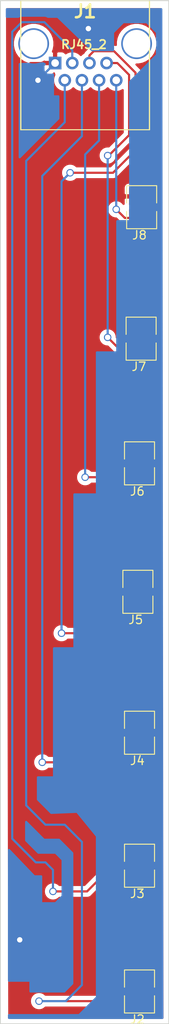
<source format=kicad_pcb>
(kicad_pcb (version 20171130) (host pcbnew 5.1.9+dfsg1-1+b1)

  (general
    (thickness 1.6)
    (drawings 4)
    (tracks 117)
    (zones 0)
    (modules 8)
    (nets 9)
  )

  (page A3)
  (layers
    (0 F.Cu signal)
    (31 B.Cu signal)
    (32 B.Adhes user hide)
    (33 F.Adhes user hide)
    (34 B.Paste user hide)
    (35 F.Paste user hide)
    (36 B.SilkS user hide)
    (37 F.SilkS user hide)
    (38 B.Mask user hide)
    (39 F.Mask user hide)
    (40 Dwgs.User user hide)
    (41 Cmts.User user hide)
    (42 Eco1.User user hide)
    (43 Eco2.User user hide)
    (44 Edge.Cuts user)
  )

  (setup
    (last_trace_width 0.254)
    (trace_clearance 0.254)
    (zone_clearance 0.508)
    (zone_45_only no)
    (trace_min 0.254)
    (via_size 0.889)
    (via_drill 0.635)
    (via_min_size 0.889)
    (via_min_drill 0.508)
    (uvia_size 0.508)
    (uvia_drill 0.127)
    (uvias_allowed no)
    (uvia_min_size 0.508)
    (uvia_min_drill 0.127)
    (edge_width 0.1)
    (segment_width 0.2)
    (pcb_text_width 0.3)
    (pcb_text_size 1.5 1.5)
    (mod_edge_width 0.15)
    (mod_text_size 1 1)
    (mod_text_width 0.15)
    (pad_size 1.5 1.5)
    (pad_drill 0.6)
    (pad_to_mask_clearance 0)
    (aux_axis_origin 0 0)
    (visible_elements 7FFFFFFF)
    (pcbplotparams
      (layerselection 0x00030_ffffffff)
      (usegerberextensions true)
      (usegerberattributes true)
      (usegerberadvancedattributes true)
      (creategerberjobfile true)
      (excludeedgelayer true)
      (linewidth 0.150000)
      (plotframeref false)
      (viasonmask false)
      (mode 1)
      (useauxorigin true)
      (hpglpennumber 1)
      (hpglpenspeed 20)
      (hpglpendiameter 15.000000)
      (psnegative false)
      (psa4output false)
      (plotreference false)
      (plotvalue true)
      (plotinvisibletext false)
      (padsonsilk false)
      (subtractmaskfromsilk false)
      (outputformat 1)
      (mirror false)
      (drillshape 0)
      (scaleselection 1)
      (outputdirectory "/home/pi/Documents/Kicad Projects/IOBoardV0/Gerber/WaterLevel/"))
  )

  (net 0 "")
  (net 1 GND)
  (net 2 "Net-(J1-Pad8)")
  (net 3 "Net-(J1-Pad7)")
  (net 4 "Net-(J1-Pad6)")
  (net 5 "Net-(J1-Pad5)")
  (net 6 "Net-(J1-Pad4)")
  (net 7 "Net-(J1-Pad3)")
  (net 8 "Net-(J1-Pad2)")

  (net_class Default "This is the default net class."
    (clearance 0.254)
    (trace_width 0.254)
    (via_dia 0.889)
    (via_drill 0.635)
    (uvia_dia 0.508)
    (uvia_drill 0.127)
    (add_net GND)
    (add_net "Net-(J1-Pad2)")
    (add_net "Net-(J1-Pad3)")
    (add_net "Net-(J1-Pad4)")
    (add_net "Net-(J1-Pad5)")
    (add_net "Net-(J1-Pad6)")
    (add_net "Net-(J1-Pad7)")
    (add_net "Net-(J1-Pad8)")
  )

  (module Kicad_Custom:2PAD (layer F.Cu) (tedit 61C7186E) (tstamp 61C72282)
    (at 70.9549 43.434 180)
    (path /61C80D9D)
    (fp_text reference J8 (at 0.254 -3.302) (layer F.SilkS)
      (effects (font (size 1 1) (thickness 0.15)))
    )
    (fp_text value Conn_01x02 (at 0 3.556) (layer F.Fab)
      (effects (font (size 1 1) (thickness 0.15)))
    )
    (fp_line (start 1.778 -2.54) (end 1.778 -0.508) (layer F.SilkS) (width 0.12))
    (fp_line (start 1.778 0.508) (end 1.778 2.54) (layer F.SilkS) (width 0.12))
    (fp_line (start 1.778 2.54) (end -1.778 2.54) (layer F.SilkS) (width 0.12))
    (fp_line (start -1.778 2.54) (end -1.778 0.508) (layer F.SilkS) (width 0.12))
    (fp_line (start 1.778 -2.54) (end -1.778 -2.54) (layer F.SilkS) (width 0.12))
    (fp_line (start -1.778 -2.54) (end -1.778 -0.508) (layer F.SilkS) (width 0.12))
    (pad 2 smd rect (at 0 1.27 180) (size 3 2) (layers F.Cu F.Paste F.Mask)
      (net 1 GND))
    (pad 1 smd rect (at 0 -1.27 180) (size 3 2) (layers F.Cu F.Paste F.Mask)
      (net 2 "Net-(J1-Pad8)"))
  )

  (module Kicad_Custom:2PAD (layer F.Cu) (tedit 61C7186E) (tstamp 61C7225A)
    (at 70.8914 58.9534 180)
    (path /61C80D97)
    (fp_text reference J7 (at 0.254 -3.302) (layer F.SilkS)
      (effects (font (size 1 1) (thickness 0.15)))
    )
    (fp_text value Conn_01x02 (at 0 3.556) (layer F.Fab)
      (effects (font (size 1 1) (thickness 0.15)))
    )
    (fp_line (start 1.778 -2.54) (end 1.778 -0.508) (layer F.SilkS) (width 0.12))
    (fp_line (start 1.778 0.508) (end 1.778 2.54) (layer F.SilkS) (width 0.12))
    (fp_line (start 1.778 2.54) (end -1.778 2.54) (layer F.SilkS) (width 0.12))
    (fp_line (start -1.778 2.54) (end -1.778 0.508) (layer F.SilkS) (width 0.12))
    (fp_line (start 1.778 -2.54) (end -1.778 -2.54) (layer F.SilkS) (width 0.12))
    (fp_line (start -1.778 -2.54) (end -1.778 -0.508) (layer F.SilkS) (width 0.12))
    (pad 2 smd rect (at 0 1.27 180) (size 3 2) (layers F.Cu F.Paste F.Mask)
      (net 1 GND))
    (pad 1 smd rect (at 0 -1.27 180) (size 3 2) (layers F.Cu F.Paste F.Mask)
      (net 3 "Net-(J1-Pad7)"))
  )

  (module Kicad_Custom:2PAD (layer F.Cu) (tedit 61C7186E) (tstamp 61C72232)
    (at 70.7009 73.6727 180)
    (path /61C80D91)
    (fp_text reference J6 (at 0.254 -3.302) (layer F.SilkS)
      (effects (font (size 1 1) (thickness 0.15)))
    )
    (fp_text value Conn_01x02 (at 0 3.556) (layer F.Fab)
      (effects (font (size 1 1) (thickness 0.15)))
    )
    (fp_line (start 1.778 -2.54) (end 1.778 -0.508) (layer F.SilkS) (width 0.12))
    (fp_line (start 1.778 0.508) (end 1.778 2.54) (layer F.SilkS) (width 0.12))
    (fp_line (start 1.778 2.54) (end -1.778 2.54) (layer F.SilkS) (width 0.12))
    (fp_line (start -1.778 2.54) (end -1.778 0.508) (layer F.SilkS) (width 0.12))
    (fp_line (start 1.778 -2.54) (end -1.778 -2.54) (layer F.SilkS) (width 0.12))
    (fp_line (start -1.778 -2.54) (end -1.778 -0.508) (layer F.SilkS) (width 0.12))
    (pad 2 smd rect (at 0 1.27 180) (size 3 2) (layers F.Cu F.Paste F.Mask)
      (net 1 GND))
    (pad 1 smd rect (at 0 -1.27 180) (size 3 2) (layers F.Cu F.Paste F.Mask)
      (net 4 "Net-(J1-Pad6)"))
  )

  (module Kicad_Custom:2PAD (layer F.Cu) (tedit 61C7186E) (tstamp 61C7220A)
    (at 70.5104 88.8365 180)
    (path /61C73FA5)
    (fp_text reference J5 (at 0.254 -3.302) (layer F.SilkS)
      (effects (font (size 1 1) (thickness 0.15)))
    )
    (fp_text value Conn_01x02 (at 0 3.556) (layer F.Fab)
      (effects (font (size 1 1) (thickness 0.15)))
    )
    (fp_line (start 1.778 -2.54) (end 1.778 -0.508) (layer F.SilkS) (width 0.12))
    (fp_line (start 1.778 0.508) (end 1.778 2.54) (layer F.SilkS) (width 0.12))
    (fp_line (start 1.778 2.54) (end -1.778 2.54) (layer F.SilkS) (width 0.12))
    (fp_line (start -1.778 2.54) (end -1.778 0.508) (layer F.SilkS) (width 0.12))
    (fp_line (start 1.778 -2.54) (end -1.778 -2.54) (layer F.SilkS) (width 0.12))
    (fp_line (start -1.778 -2.54) (end -1.778 -0.508) (layer F.SilkS) (width 0.12))
    (pad 2 smd rect (at 0 1.27 180) (size 3 2) (layers F.Cu F.Paste F.Mask)
      (net 1 GND))
    (pad 1 smd rect (at 0 -1.27 180) (size 3 2) (layers F.Cu F.Paste F.Mask)
      (net 5 "Net-(J1-Pad5)"))
  )

  (module Kicad_Custom:2PAD (layer F.Cu) (tedit 61C7186E) (tstamp 61C721E2)
    (at 70.7009 105.4735 180)
    (path /61C73CB3)
    (fp_text reference J4 (at 0.254 -3.302) (layer F.SilkS)
      (effects (font (size 1 1) (thickness 0.15)))
    )
    (fp_text value Conn_01x02 (at 0 3.556) (layer F.Fab)
      (effects (font (size 1 1) (thickness 0.15)))
    )
    (fp_line (start 1.778 -2.54) (end 1.778 -0.508) (layer F.SilkS) (width 0.12))
    (fp_line (start 1.778 0.508) (end 1.778 2.54) (layer F.SilkS) (width 0.12))
    (fp_line (start 1.778 2.54) (end -1.778 2.54) (layer F.SilkS) (width 0.12))
    (fp_line (start -1.778 2.54) (end -1.778 0.508) (layer F.SilkS) (width 0.12))
    (fp_line (start 1.778 -2.54) (end -1.778 -2.54) (layer F.SilkS) (width 0.12))
    (fp_line (start -1.778 -2.54) (end -1.778 -0.508) (layer F.SilkS) (width 0.12))
    (pad 2 smd rect (at 0 1.27 180) (size 3 2) (layers F.Cu F.Paste F.Mask)
      (net 1 GND))
    (pad 1 smd rect (at 0 -1.27 180) (size 3 2) (layers F.Cu F.Paste F.Mask)
      (net 6 "Net-(J1-Pad4)"))
  )

  (module Kicad_Custom:2PAD (layer F.Cu) (tedit 61C7186E) (tstamp 61C721BA)
    (at 70.7009 121.1707 180)
    (path /61C739DC)
    (fp_text reference J3 (at 0.254 -3.302) (layer F.SilkS)
      (effects (font (size 1 1) (thickness 0.15)))
    )
    (fp_text value Conn_01x02 (at 0 3.556) (layer F.Fab)
      (effects (font (size 1 1) (thickness 0.15)))
    )
    (fp_line (start 1.778 -2.54) (end 1.778 -0.508) (layer F.SilkS) (width 0.12))
    (fp_line (start 1.778 0.508) (end 1.778 2.54) (layer F.SilkS) (width 0.12))
    (fp_line (start 1.778 2.54) (end -1.778 2.54) (layer F.SilkS) (width 0.12))
    (fp_line (start -1.778 2.54) (end -1.778 0.508) (layer F.SilkS) (width 0.12))
    (fp_line (start 1.778 -2.54) (end -1.778 -2.54) (layer F.SilkS) (width 0.12))
    (fp_line (start -1.778 -2.54) (end -1.778 -0.508) (layer F.SilkS) (width 0.12))
    (pad 2 smd rect (at 0 1.27 180) (size 3 2) (layers F.Cu F.Paste F.Mask)
      (net 1 GND))
    (pad 1 smd rect (at 0 -1.27 180) (size 3 2) (layers F.Cu F.Paste F.Mask)
      (net 7 "Net-(J1-Pad3)"))
  )

  (module Kicad_Custom:2PAD (layer F.Cu) (tedit 61C7186E) (tstamp 61C72192)
    (at 70.7009 136.017 180)
    (path /61C72BFB)
    (fp_text reference J2 (at 0.254 -3.302) (layer F.SilkS)
      (effects (font (size 1 1) (thickness 0.15)))
    )
    (fp_text value Conn_01x02 (at 0 3.556) (layer F.Fab)
      (effects (font (size 1 1) (thickness 0.15)))
    )
    (fp_line (start 1.778 -2.54) (end 1.778 -0.508) (layer F.SilkS) (width 0.12))
    (fp_line (start 1.778 0.508) (end 1.778 2.54) (layer F.SilkS) (width 0.12))
    (fp_line (start 1.778 2.54) (end -1.778 2.54) (layer F.SilkS) (width 0.12))
    (fp_line (start -1.778 2.54) (end -1.778 0.508) (layer F.SilkS) (width 0.12))
    (fp_line (start 1.778 -2.54) (end -1.778 -2.54) (layer F.SilkS) (width 0.12))
    (fp_line (start -1.778 -2.54) (end -1.778 -0.508) (layer F.SilkS) (width 0.12))
    (pad 2 smd rect (at 0 1.27 180) (size 3 2) (layers F.Cu F.Paste F.Mask)
      (net 1 GND))
    (pad 1 smd rect (at 0 -1.27 180) (size 3 2) (layers F.Cu F.Paste F.Mask)
      (net 8 "Net-(J1-Pad2)"))
  )

  (module Kicad_Custom:RJ45_8_io0 (layer F.Cu) (tedit 61C6EEB6) (tstamp 5F0017B4)
    (at 64.262 24.13 180)
    (tags RJ45_8_io0)
    (path /5EEF169C)
    (fp_text reference J1 (at 0 3.81) (layer F.SilkS)
      (effects (font (size 1.524 1.524) (thickness 0.3048)))
    )
    (fp_text value RJ45_2 (at 0.14224 -0.1016) (layer F.SilkS)
      (effects (font (size 1.00076 1.00076) (thickness 0.2032)))
    )
    (fp_line (start 7.62 -10.16) (end -7.62 -10.16) (layer F.SilkS) (width 0.127))
    (fp_line (start -7.62 -10.16) (end -7.62 5.08) (layer F.SilkS) (width 0.15))
    (fp_line (start -7.62 5.08) (end 7.62 5.08) (layer F.SilkS) (width 0.15))
    (fp_line (start 7.62 -10.16) (end 7.62 5.08) (layer F.SilkS) (width 0.15))
    (pad 8 thru_hole circle (at -3.683 -4.318) (size 1.50114 1.50114) (drill 0.89916) (layers *.Cu *.Mask)
      (net 2 "Net-(J1-Pad8)"))
    (pad 7 thru_hole circle (at -2.54 -2.286) (size 1.50114 1.50114) (drill 0.89916) (layers *.Cu *.Mask)
      (net 3 "Net-(J1-Pad7)"))
    (pad 6 thru_hole circle (at -1.651 -4.318) (size 1.50114 1.50114) (drill 0.89916) (layers *.Cu *.Mask)
      (net 4 "Net-(J1-Pad6)"))
    (pad 5 thru_hole circle (at -0.508 -2.286) (size 1.50114 1.50114) (drill 0.89916) (layers *.Cu *.Mask)
      (net 5 "Net-(J1-Pad5)"))
    (pad 4 thru_hole circle (at 0.381 -4.318) (size 1.50114 1.50114) (drill 0.89916) (layers *.Cu *.Mask)
      (net 6 "Net-(J1-Pad4)"))
    (pad 3 thru_hole circle (at 1.524 -2.286) (size 1.50114 1.50114) (drill 0.89916) (layers *.Cu *.Mask)
      (net 7 "Net-(J1-Pad3)"))
    (pad 2 thru_hole circle (at 2.413 -4.318) (size 1.50114 1.50114) (drill 0.89916) (layers *.Cu *.Mask)
      (net 8 "Net-(J1-Pad2)"))
    (pad 1 thru_hole rect (at 3.556 -2.286) (size 1.50114 1.50114) (drill 0.89916) (layers *.Cu *.Mask)
      (net 1 GND))
    (pad Hole thru_hole circle (at -6.096 0 180) (size 3.64998 3.64998) (drill 3.2512) (layers *.Cu *.Mask))
    (pad Hole thru_hole circle (at 6.096 0 180) (size 3.64998 3.64998) (drill 3.2512) (layers *.Cu *.Mask))
    (model connectors/RJ45_8.wrl
      (at (xyz 0 0 0))
      (scale (xyz 0.4 0.4 0.4))
      (rotate (xyz 0 0 0))
    )
  )

  (gr_line (start 74.168 19.05) (end 54.229 19.05) (angle 90) (layer Edge.Cuts) (width 0.1))
  (gr_line (start 74.168 139.827) (end 74.168 19.05) (angle 90) (layer Edge.Cuts) (width 0.1))
  (gr_line (start 54.229 139.827) (end 74.168 139.827) (angle 90) (layer Edge.Cuts) (width 0.1))
  (gr_line (start 54.229 19.05) (end 54.229 139.827) (angle 90) (layer Edge.Cuts) (width 0.1))

  (segment (start 60.706 26.416) (end 58.674 28.448) (width 0.254) (layer B.Cu) (net 1))
  (via (at 58.674 28.448) (size 0.889) (layers F.Cu B.Cu) (net 1))
  (via (at 56.515 129.921) (size 0.889) (layers F.Cu B.Cu) (net 1))
  (segment (start 60.706 26.416) (end 60.706 24.892) (width 0.254) (layer F.Cu) (net 1))
  (via (at 64.643 22.352) (size 0.889) (layers F.Cu B.Cu) (net 1))
  (segment (start 63.246 22.352) (end 64.643 22.352) (width 0.254) (layer F.Cu) (net 1) (tstamp 5F002416))
  (segment (start 60.706 24.892) (end 63.246 22.352) (width 0.254) (layer F.Cu) (net 1) (tstamp 5F00240F))
  (segment (start 57.912 42.164) (end 56.515 43.561) (width 0.254) (layer F.Cu) (net 1) (tstamp 5F001BF7))
  (segment (start 56.515 43.434) (end 56.515 43.561) (width 0.254) (layer F.Cu) (net 1) (tstamp 5F001BFC))
  (segment (start 70.104 42.164) (end 57.912 42.164) (width 0.254) (layer F.Cu) (net 1))
  (segment (start 56.515 129.921) (end 56.515 123.19) (width 0.254) (layer F.Cu) (net 1) (tstamp 5F00244C))
  (segment (start 56.515 123.19) (end 56.515 108.585) (width 0.254) (layer F.Cu) (net 1) (tstamp 5F001AC6))
  (segment (start 56.515 108.585) (end 56.515 93.345) (width 0.254) (layer F.Cu) (net 1) (tstamp 5F001ADD))
  (segment (start 56.515 93.345) (end 56.515 75.184) (width 0.254) (layer F.Cu) (net 1) (tstamp 5F001BB6))
  (segment (start 56.515 75.184) (end 56.515 58.674) (width 0.254) (layer F.Cu) (net 1) (tstamp 5F001BCD))
  (segment (start 56.515 58.674) (end 56.515 43.434) (width 0.254) (layer F.Cu) (net 1) (tstamp 5F001BED))
  (segment (start 56.515 43.434) (end 56.515 27.686) (width 0.254) (layer F.Cu) (net 1) (tstamp 5F001BFF))
  (segment (start 57.785 26.416) (end 60.706 26.416) (width 0.254) (layer F.Cu) (net 1) (tstamp 5F001AB0))
  (segment (start 56.515 27.686) (end 57.785 26.416) (width 0.254) (layer F.Cu) (net 1) (tstamp 5F001AAF))
  (segment (start 70.866 57.658) (end 70.8914 57.6834) (width 0.254) (layer F.Cu) (net 1))
  (segment (start 57.531 57.658) (end 70.866 57.658) (width 0.254) (layer F.Cu) (net 1))
  (segment (start 56.515 58.674) (end 57.531 57.658) (width 0.254) (layer F.Cu) (net 1))
  (segment (start 70.739 74.168) (end 70.7644 74.1426) (width 0.254) (layer F.Cu) (net 4))
  (segment (start 56.515 75.184) (end 57.531 74.168) (width 0.254) (layer F.Cu) (net 1))
  (segment (start 57.531 74.168) (end 60.4901 74.168) (width 0.254) (layer F.Cu) (net 1))
  (segment (start 62.2554 72.4027) (end 70.7009 72.4027) (width 0.254) (layer F.Cu) (net 1))
  (segment (start 60.4901 74.168) (end 62.2554 72.4027) (width 0.254) (layer F.Cu) (net 1))
  (segment (start 68.6308 87.5665) (end 70.5104 87.5665) (width 0.254) (layer F.Cu) (net 1))
  (segment (start 63.7413 92.456) (end 68.6308 87.5665) (width 0.254) (layer F.Cu) (net 1))
  (segment (start 57.277 92.456) (end 63.7413 92.456) (width 0.254) (layer F.Cu) (net 1))
  (segment (start 56.515 93.218) (end 57.277 92.456) (width 0.254) (layer F.Cu) (net 1))
  (segment (start 56.515 93.345) (end 56.515 93.218) (width 0.254) (layer F.Cu) (net 1))
  (segment (start 66.1924 104.2035) (end 70.7009 104.2035) (width 0.254) (layer F.Cu) (net 1))
  (segment (start 62.6999 107.696) (end 66.1924 104.2035) (width 0.254) (layer F.Cu) (net 1))
  (segment (start 57.277 107.696) (end 62.6999 107.696) (width 0.254) (layer F.Cu) (net 1))
  (segment (start 56.515 108.458) (end 57.277 107.696) (width 0.254) (layer F.Cu) (net 1))
  (segment (start 56.515 108.585) (end 56.515 108.458) (width 0.254) (layer F.Cu) (net 1))
  (segment (start 62.8269 122.936) (end 65.8622 119.9007) (width 0.254) (layer F.Cu) (net 1))
  (segment (start 65.8622 119.9007) (end 70.7009 119.9007) (width 0.254) (layer F.Cu) (net 1))
  (segment (start 57.15 122.936) (end 62.8269 122.936) (width 0.254) (layer F.Cu) (net 1))
  (segment (start 56.515 123.571) (end 57.15 122.936) (width 0.254) (layer F.Cu) (net 1))
  (segment (start 56.515 123.317) (end 56.515 123.571) (width 0.254) (layer F.Cu) (net 1))
  (segment (start 56.642 123.19) (end 56.515 123.317) (width 0.254) (layer F.Cu) (net 1))
  (segment (start 56.515 123.19) (end 56.642 123.19) (width 0.254) (layer F.Cu) (net 1))
  (segment (start 70.7009 134.747) (end 59.0169 134.747) (width 0.254) (layer F.Cu) (net 1))
  (segment (start 59.0169 134.747) (end 57.5945 134.747) (width 0.254) (layer F.Cu) (net 1))
  (segment (start 56.515 133.6675) (end 57.5945 134.747) (width 0.254) (layer F.Cu) (net 1))
  (segment (start 56.515 129.921) (end 56.515 133.6675) (width 0.254) (layer F.Cu) (net 1))
  (segment (start 64.77 26.416) (end 64.77 25.527) (width 0.254) (layer F.Cu) (net 5))
  (segment (start 61.468 93.726) (end 63.373 93.726) (width 0.254) (layer F.Cu) (net 5) (tstamp 5F001E0D))
  (via (at 61.468 93.726) (size 0.889) (layers F.Cu B.Cu) (net 5))
  (segment (start 61.468 40.386) (end 61.468 93.726) (width 0.254) (layer B.Cu) (net 5) (tstamp 5F001DEA))
  (segment (start 62.484 39.37) (end 61.468 40.386) (width 0.254) (layer B.Cu) (net 5) (tstamp 5F001DE9))
  (via (at 62.484 39.37) (size 0.889) (layers F.Cu B.Cu) (net 5))
  (segment (start 67.564 39.37) (end 62.484 39.37) (width 0.254) (layer F.Cu) (net 5) (tstamp 5F001DDA))
  (segment (start 70.231 36.703) (end 67.564 39.37) (width 0.254) (layer F.Cu) (net 5) (tstamp 5F001DD5))
  (segment (start 70.231 27.559) (end 70.231 36.703) (width 0.254) (layer F.Cu) (net 5) (tstamp 5F001DCD))
  (segment (start 67.691 25.019) (end 70.231 27.559) (width 0.254) (layer F.Cu) (net 5) (tstamp 5F001DC8))
  (segment (start 65.278 25.019) (end 67.691 25.019) (width 0.254) (layer F.Cu) (net 5) (tstamp 5F001DC2))
  (segment (start 64.77 25.527) (end 65.278 25.019) (width 0.254) (layer F.Cu) (net 5) (tstamp 5F001DBF))
  (segment (start 61.849 28.448) (end 61.849 33.401) (width 0.254) (layer B.Cu) (net 8))
  (via (at 58.801 137.16) (size 0.889) (layers F.Cu B.Cu) (net 8))
  (segment (start 61.976 137.16) (end 58.801 137.16) (width 0.254) (layer B.Cu) (net 8) (tstamp 5F001EB9))
  (segment (start 63.881 135.255) (end 61.976 137.16) (width 0.254) (layer B.Cu) (net 8) (tstamp 5F001EB0))
  (segment (start 63.881 118.364) (end 63.881 135.255) (width 0.254) (layer B.Cu) (net 8) (tstamp 5F001EAE))
  (segment (start 61.849 116.332) (end 63.881 118.364) (width 0.254) (layer B.Cu) (net 8) (tstamp 5F001EAC))
  (segment (start 59.563 116.332) (end 61.849 116.332) (width 0.254) (layer B.Cu) (net 8) (tstamp 5F001EAA))
  (segment (start 57.277 114.046) (end 59.563 116.332) (width 0.254) (layer B.Cu) (net 8) (tstamp 5F001EA8))
  (segment (start 57.277 37.973) (end 57.277 114.046) (width 0.254) (layer B.Cu) (net 8) (tstamp 5F001E9F))
  (segment (start 61.849 33.401) (end 57.277 37.973) (width 0.254) (layer B.Cu) (net 8) (tstamp 5F001E99))
  (segment (start 62.738 26.416) (end 62.738 24.892) (width 0.254) (layer B.Cu) (net 7))
  (via (at 60.452 124.206) (size 0.889) (layers F.Cu B.Cu) (net 7))
  (segment (start 60.452 121.666) (end 60.452 124.206) (width 0.254) (layer B.Cu) (net 7) (tstamp 5F001E7B))
  (segment (start 59.563 120.777) (end 60.452 121.666) (width 0.254) (layer B.Cu) (net 7) (tstamp 5F001E79))
  (segment (start 58.42 120.777) (end 59.563 120.777) (width 0.254) (layer B.Cu) (net 7) (tstamp 5F001E76))
  (segment (start 55.626 117.983) (end 58.42 120.777) (width 0.254) (layer B.Cu) (net 7) (tstamp 5F001E5C))
  (segment (start 55.626 22.733) (end 55.626 117.983) (width 0.254) (layer B.Cu) (net 7) (tstamp 5F001E58))
  (segment (start 56.769 21.59) (end 55.626 22.733) (width 0.254) (layer B.Cu) (net 7) (tstamp 5F001E56))
  (segment (start 59.436 21.59) (end 56.769 21.59) (width 0.254) (layer B.Cu) (net 7) (tstamp 5F001E4D))
  (segment (start 62.738 24.892) (end 59.436 21.59) (width 0.254) (layer B.Cu) (net 7) (tstamp 5F001E4A))
  (segment (start 63.881 28.448) (end 63.881 35.052) (width 0.254) (layer B.Cu) (net 6))
  (via (at 59.182 108.966) (size 0.889) (layers F.Cu B.Cu) (net 6))
  (segment (start 59.182 39.751) (end 59.182 108.966) (width 0.254) (layer B.Cu) (net 6) (tstamp 5F001E26))
  (segment (start 63.881 35.052) (end 59.182 39.751) (width 0.254) (layer B.Cu) (net 6) (tstamp 5F001E20))
  (segment (start 65.913 28.448) (end 65.913 35.56) (width 0.254) (layer B.Cu) (net 4))
  (via (at 64.262 75.311) (size 0.889) (layers F.Cu B.Cu) (net 4))
  (segment (start 64.262 37.211) (end 64.262 75.311) (width 0.254) (layer B.Cu) (net 4) (tstamp 5F001D74))
  (segment (start 65.913 35.56) (end 64.262 37.211) (width 0.254) (layer B.Cu) (net 4) (tstamp 5F001D6B))
  (segment (start 67.945 43.688) (end 67.945 28.448) (width 0.254) (layer B.Cu) (net 2) (tstamp 5F001CC3))
  (via (at 67.945 43.688) (size 0.889) (layers F.Cu B.Cu) (net 2))
  (segment (start 68.961 44.704) (end 67.945 43.688) (width 0.254) (layer F.Cu) (net 2))
  (segment (start 70.9549 44.704) (end 68.961 44.704) (width 0.254) (layer F.Cu) (net 2))
  (segment (start 67.056 37.338) (end 66.929 37.338) (width 0.254) (layer F.Cu) (net 3) (tstamp 5F001D35))
  (via (at 66.929 37.338) (size 0.889) (layers F.Cu B.Cu) (net 3))
  (segment (start 66.929 37.338) (end 66.929 58.801) (width 0.254) (layer B.Cu) (net 3) (tstamp 5F001D47))
  (via (at 66.929 58.801) (size 0.889) (layers F.Cu B.Cu) (net 3))
  (segment (start 66.802 26.416) (end 68.072 26.416) (width 0.254) (layer F.Cu) (net 3))
  (segment (start 68.072 26.416) (end 69.469 27.813) (width 0.254) (layer F.Cu) (net 3) (tstamp 5F001D29))
  (segment (start 69.469 27.813) (end 69.469 34.925) (width 0.254) (layer F.Cu) (net 3) (tstamp 5F001D2C))
  (segment (start 69.469 34.925) (end 67.056 37.338) (width 0.254) (layer F.Cu) (net 3) (tstamp 5F001D32))
  (segment (start 68.3514 60.2234) (end 66.929 58.801) (width 0.254) (layer F.Cu) (net 3))
  (segment (start 70.8914 60.2234) (end 68.3514 60.2234) (width 0.254) (layer F.Cu) (net 3))
  (segment (start 70.3326 75.311) (end 70.7009 74.9427) (width 0.254) (layer F.Cu) (net 4))
  (segment (start 64.262 75.311) (end 70.3326 75.311) (width 0.254) (layer F.Cu) (net 4))
  (segment (start 70.5104 90.1065) (end 67.9958 90.1065) (width 0.254) (layer F.Cu) (net 5))
  (segment (start 64.3763 93.726) (end 63.373 93.726) (width 0.254) (layer F.Cu) (net 5))
  (segment (start 67.9958 90.1065) (end 64.3763 93.726) (width 0.254) (layer F.Cu) (net 5))
  (segment (start 70.7009 106.7435) (end 66.04 106.7435) (width 0.254) (layer F.Cu) (net 6))
  (segment (start 63.8175 108.966) (end 60.8965 108.966) (width 0.254) (layer F.Cu) (net 6))
  (segment (start 66.04 106.7435) (end 63.8175 108.966) (width 0.254) (layer F.Cu) (net 6))
  (segment (start 60.8965 108.966) (end 60.96 108.966) (width 0.254) (layer F.Cu) (net 6))
  (segment (start 59.182 108.966) (end 60.8965 108.966) (width 0.254) (layer F.Cu) (net 6))
  (segment (start 70.7009 122.4407) (end 66.2559 122.4407) (width 0.254) (layer F.Cu) (net 7))
  (segment (start 64.4906 124.206) (end 60.452 124.206) (width 0.254) (layer F.Cu) (net 7))
  (segment (start 66.2559 122.4407) (end 64.4906 124.206) (width 0.254) (layer F.Cu) (net 7))
  (segment (start 70.5739 137.16) (end 70.7009 137.287) (width 0.254) (layer F.Cu) (net 8))
  (segment (start 58.801 137.16) (end 70.5739 137.16) (width 0.254) (layer F.Cu) (net 8))

  (zone (net 1) (net_name GND) (layer B.Cu) (tstamp 61C72737) (hatch edge 0.508)
    (connect_pads (clearance 0.508))
    (min_thickness 0.254)
    (fill yes (arc_segments 16) (thermal_gap 0.508) (thermal_bridge_width 0.508))
    (polygon
      (pts
        (xy 62.865 135.128) (xy 61.849 136.144) (xy 57.658 136.144) (xy 57.658 134.874) (xy 55.118 134.874)
        (xy 55.118 118.999) (xy 58.293 122.301) (xy 59.182 122.301) (xy 59.182 125.476) (xy 60.706 125.476)
        (xy 61.468 124.714) (xy 61.468 120.523) (xy 60.706 119.761) (xy 58.674 119.761) (xy 57.15 118.237)
        (xy 57.15 115.697) (xy 59.436 117.983) (xy 61.214 117.983) (xy 62.865 119.634)
      )
    )
    (filled_polygon
      (pts
        (xy 59.346197 118.072803) (xy 59.365443 118.088597) (xy 59.387399 118.100333) (xy 59.411224 118.10756) (xy 59.436 118.11)
        (xy 61.161394 118.11) (xy 62.738 119.686606) (xy 62.738 135.075394) (xy 61.796394 136.017) (xy 57.785 136.017)
        (xy 57.785 134.874) (xy 57.78256 134.849224) (xy 57.775333 134.825399) (xy 57.763597 134.803443) (xy 57.747803 134.784197)
        (xy 57.728557 134.768403) (xy 57.706601 134.756667) (xy 57.682776 134.74944) (xy 57.658 134.747) (xy 55.245 134.747)
        (xy 55.245 119.314313) (xy 58.201454 122.389025) (xy 58.220386 122.405193) (xy 58.242108 122.417357) (xy 58.265786 122.42505)
        (xy 58.293 122.428) (xy 59.055 122.428) (xy 59.055 125.476) (xy 59.05744 125.500776) (xy 59.064667 125.524601)
        (xy 59.076403 125.546557) (xy 59.092197 125.565803) (xy 59.111443 125.581597) (xy 59.133399 125.593333) (xy 59.157224 125.60056)
        (xy 59.182 125.603) (xy 60.706 125.603) (xy 60.730776 125.60056) (xy 60.754601 125.593333) (xy 60.776557 125.581597)
        (xy 60.795803 125.565803) (xy 61.557803 124.803803) (xy 61.573597 124.784557) (xy 61.585333 124.762601) (xy 61.59256 124.738776)
        (xy 61.595 124.714) (xy 61.595 120.523) (xy 61.59256 120.498224) (xy 61.585333 120.474399) (xy 61.573597 120.452443)
        (xy 61.557803 120.433197) (xy 60.795803 119.671197) (xy 60.776557 119.655403) (xy 60.754601 119.643667) (xy 60.730776 119.63644)
        (xy 60.706 119.634) (xy 58.726606 119.634) (xy 57.277 118.184394) (xy 57.277 116.003606)
      )
    )
  )
  (zone (net 1) (net_name GND) (layer B.Cu) (tstamp 61C72734) (hatch edge 0.508)
    (connect_pads (clearance 0.508))
    (min_thickness 0.254)
    (fill yes (arc_segments 16) (thermal_gap 0.508) (thermal_bridge_width 0.508))
    (polygon
      (pts
        (xy 61.214 33.02) (xy 56.388 37.846) (xy 56.388 26.416) (xy 60.579 26.289) (xy 60.579 30.226)
        (xy 61.214 30.226)
      )
    )
    (filled_polygon
      (pts
        (xy 59.32043 26.543002) (xy 59.479178 26.543002) (xy 59.32043 26.70175) (xy 59.317358 27.16657) (xy 59.329618 27.291052)
        (xy 59.365928 27.41075) (xy 59.424893 27.521064) (xy 59.504245 27.617755) (xy 59.600936 27.697107) (xy 59.71125 27.756072)
        (xy 59.830948 27.792382) (xy 59.95543 27.804642) (xy 60.42025 27.80157) (xy 60.452 27.76982) (xy 60.452 30.226)
        (xy 60.45444 30.250776) (xy 60.461667 30.274601) (xy 60.473403 30.296557) (xy 60.489197 30.315803) (xy 60.508443 30.331597)
        (xy 60.530399 30.343333) (xy 60.554224 30.35056) (xy 60.579 30.353) (xy 61.087 30.353) (xy 61.087 32.967394)
        (xy 56.515 37.539394) (xy 56.515 26.53921) (xy 57.515937 26.508879) (xy 57.923712 26.58999) (xy 58.408288 26.58999)
        (xy 58.883553 26.495454) (xy 58.956534 26.465224) (xy 59.32043 26.454197)
      )
    )
  )
  (zone (net 1) (net_name GND) (layer B.Cu) (tstamp 61C72731) (hatch edge 0.508)
    (connect_pads (clearance 0.508))
    (min_thickness 0.254)
    (fill yes (arc_segments 16) (thermal_gap 0.508) (thermal_bridge_width 0.508))
    (polygon
      (pts
        (xy 73.533 138.811) (xy 73.406 19.939) (xy 54.864 19.939) (xy 54.864 21.082) (xy 60.96 21.082)
        (xy 65.024 25.019) (xy 67.691 25.019) (xy 67.691 22.86) (xy 68.834 21.717) (xy 71.501 21.717)
        (xy 72.644 22.86) (xy 72.644 25.4) (xy 69.469 28.575) (xy 69.469 40.767) (xy 69.469 44.958)
        (xy 67.945 44.958) (xy 67.945 60.452) (xy 65.532 60.452) (xy 65.532 77.216) (xy 62.865 77.216)
        (xy 62.865 95.377) (xy 60.452 95.377) (xy 60.452 110.617) (xy 58.547 110.617) (xy 58.547 113.411)
        (xy 60.198 115.062) (xy 63.246 114.935) (xy 65.532 117.729) (xy 65.532 136.652) (xy 63.5 138.684)
        (xy 55.118 138.684) (xy 55.118 139.573) (xy 73.533 139.573)
      )
    )
    (filled_polygon
      (pts
        (xy 73.406 138.811) (xy 73.406 139.142) (xy 55.245 139.142) (xy 55.245 138.811) (xy 63.5 138.811)
        (xy 63.524776 138.80856) (xy 63.548601 138.801333) (xy 63.570557 138.789597) (xy 63.589803 138.773803) (xy 65.621803 136.741803)
        (xy 65.637597 136.722557) (xy 65.649333 136.700601) (xy 65.65656 136.676776) (xy 65.659 136.652) (xy 65.659 117.729)
        (xy 65.65656 117.704224) (xy 65.649333 117.680399) (xy 65.630293 117.648579) (xy 63.344293 114.854579) (xy 63.326715 114.836948)
        (xy 63.306035 114.823086) (xy 63.283048 114.813524) (xy 63.258637 114.80863) (xy 63.240713 114.80811) (xy 60.248396 114.93279)
        (xy 58.674 113.358394) (xy 58.674 110.744) (xy 60.452 110.744) (xy 60.476776 110.74156) (xy 60.500601 110.734333)
        (xy 60.522557 110.722597) (xy 60.541803 110.706803) (xy 60.557597 110.687557) (xy 60.569333 110.665601) (xy 60.57656 110.641776)
        (xy 60.579 110.617) (xy 60.579 95.504) (xy 62.865 95.504) (xy 62.889776 95.50156) (xy 62.913601 95.494333)
        (xy 62.935557 95.482597) (xy 62.954803 95.466803) (xy 62.970597 95.447557) (xy 62.982333 95.425601) (xy 62.98956 95.401776)
        (xy 62.992 95.377) (xy 62.992 77.343) (xy 65.532 77.343) (xy 65.556776 77.34056) (xy 65.580601 77.333333)
        (xy 65.602557 77.321597) (xy 65.621803 77.305803) (xy 65.637597 77.286557) (xy 65.649333 77.264601) (xy 65.65656 77.240776)
        (xy 65.659 77.216) (xy 65.659 60.579) (xy 67.945 60.579) (xy 67.969776 60.57656) (xy 67.993601 60.569333)
        (xy 68.015557 60.557597) (xy 68.034803 60.541803) (xy 68.050597 60.522557) (xy 68.062333 60.500601) (xy 68.06956 60.476776)
        (xy 68.072 60.452) (xy 68.072 45.085) (xy 69.469 45.085) (xy 69.493776 45.08256) (xy 69.517601 45.075333)
        (xy 69.539557 45.063597) (xy 69.558803 45.047803) (xy 69.574597 45.028557) (xy 69.586333 45.006601) (xy 69.59356 44.982776)
        (xy 69.596 44.958) (xy 69.596 28.627606) (xy 72.733803 25.489803) (xy 72.749597 25.470557) (xy 72.761333 25.448601)
        (xy 72.76856 25.424776) (xy 72.771 25.4) (xy 72.771 24.608523) (xy 72.81799 24.372288) (xy 72.81799 23.887712)
        (xy 72.771 23.651477) (xy 72.771 22.86) (xy 72.76856 22.835224) (xy 72.761333 22.811399) (xy 72.749597 22.789443)
        (xy 72.733803 22.770197) (xy 71.590803 21.627197) (xy 71.571557 21.611403) (xy 71.549601 21.599667) (xy 71.525776 21.59244)
        (xy 71.501 21.59) (xy 68.834 21.59) (xy 68.809224 21.59244) (xy 68.785399 21.599667) (xy 68.763443 21.611403)
        (xy 68.744197 21.627197) (xy 67.601197 22.770197) (xy 67.585403 22.789443) (xy 67.573667 22.811399) (xy 67.56644 22.835224)
        (xy 67.564 22.86) (xy 67.564 24.892) (xy 65.075429 24.892) (xy 61.048366 20.990783) (xy 61.028873 20.975297)
        (xy 61.006732 20.963911) (xy 60.982796 20.957063) (xy 60.96 20.955) (xy 59.863396 20.955) (xy 59.861392 20.953355)
        (xy 59.729015 20.882598) (xy 59.585378 20.839026) (xy 59.473426 20.828) (xy 59.473423 20.828) (xy 59.436 20.824314)
        (xy 59.398577 20.828) (xy 56.806422 20.828) (xy 56.768999 20.824314) (xy 56.731576 20.828) (xy 56.731574 20.828)
        (xy 56.619622 20.839026) (xy 56.475985 20.882598) (xy 56.343608 20.953355) (xy 56.341604 20.955) (xy 54.991 20.955)
        (xy 54.991 20.066) (xy 73.279136 20.066)
      )
    )
  )
  (zone (net 1) (net_name GND) (layer F.Cu) (tstamp 61C7272E) (hatch edge 0.508)
    (connect_pads (clearance 0.508))
    (min_thickness 0.254)
    (fill yes (arc_segments 32) (thermal_gap 0.508) (thermal_bridge_width 0.508))
    (polygon
      (pts
        (xy 73.5457 139.5857) (xy 55.1561 139.6238) (xy 55.1434 133.9088) (xy 54.8894 19.9263) (xy 73.3806 19.9263)
      )
    )
    (filled_polygon
      (pts
        (xy 73.418088 139.142) (xy 55.28203 139.142) (xy 55.27739 137.053679) (xy 57.7215 137.053679) (xy 57.7215 137.266321)
        (xy 57.762985 137.474878) (xy 57.84436 137.671335) (xy 57.962498 137.848141) (xy 58.112859 137.998502) (xy 58.289665 138.11664)
        (xy 58.486122 138.198015) (xy 58.694679 138.2395) (xy 58.907321 138.2395) (xy 59.115878 138.198015) (xy 59.312335 138.11664)
        (xy 59.489141 137.998502) (xy 59.565643 137.922) (xy 68.562828 137.922) (xy 68.562828 138.287) (xy 68.575088 138.411482)
        (xy 68.611398 138.53118) (xy 68.670363 138.641494) (xy 68.749715 138.738185) (xy 68.846406 138.817537) (xy 68.95672 138.876502)
        (xy 69.076418 138.912812) (xy 69.2009 138.925072) (xy 72.2009 138.925072) (xy 72.325382 138.912812) (xy 72.44508 138.876502)
        (xy 72.555394 138.817537) (xy 72.652085 138.738185) (xy 72.731437 138.641494) (xy 72.790402 138.53118) (xy 72.826712 138.411482)
        (xy 72.838972 138.287) (xy 72.838972 136.287) (xy 72.826712 136.162518) (xy 72.790402 136.04282) (xy 72.776601 136.017)
        (xy 72.790402 135.99118) (xy 72.826712 135.871482) (xy 72.838972 135.747) (xy 72.8359 135.03275) (xy 72.67715 134.874)
        (xy 70.8279 134.874) (xy 70.8279 134.894) (xy 70.5739 134.894) (xy 70.5739 134.874) (xy 68.72465 134.874)
        (xy 68.5659 135.03275) (xy 68.562828 135.747) (xy 68.575088 135.871482) (xy 68.611398 135.99118) (xy 68.625199 136.017)
        (xy 68.611398 136.04282) (xy 68.575088 136.162518) (xy 68.562828 136.287) (xy 68.562828 136.398) (xy 59.565643 136.398)
        (xy 59.489141 136.321498) (xy 59.312335 136.20336) (xy 59.115878 136.121985) (xy 58.907321 136.0805) (xy 58.694679 136.0805)
        (xy 58.486122 136.121985) (xy 58.289665 136.20336) (xy 58.112859 136.321498) (xy 57.962498 136.471859) (xy 57.84436 136.648665)
        (xy 57.762985 136.845122) (xy 57.7215 137.053679) (xy 55.27739 137.053679) (xy 55.2704 133.908518) (xy 55.270041 133.747)
        (xy 68.562828 133.747) (xy 68.5659 134.46125) (xy 68.72465 134.62) (xy 70.5739 134.62) (xy 70.5739 133.27075)
        (xy 70.8279 133.27075) (xy 70.8279 134.62) (xy 72.67715 134.62) (xy 72.8359 134.46125) (xy 72.838972 133.747)
        (xy 72.826712 133.622518) (xy 72.790402 133.50282) (xy 72.731437 133.392506) (xy 72.652085 133.295815) (xy 72.555394 133.216463)
        (xy 72.44508 133.157498) (xy 72.325382 133.121188) (xy 72.2009 133.108928) (xy 70.98665 133.112) (xy 70.8279 133.27075)
        (xy 70.5739 133.27075) (xy 70.41515 133.112) (xy 69.2009 133.108928) (xy 69.076418 133.121188) (xy 68.95672 133.157498)
        (xy 68.846406 133.216463) (xy 68.749715 133.295815) (xy 68.670363 133.392506) (xy 68.611398 133.50282) (xy 68.575088 133.622518)
        (xy 68.562828 133.747) (xy 55.270041 133.747) (xy 55.248543 124.099679) (xy 59.3725 124.099679) (xy 59.3725 124.312321)
        (xy 59.413985 124.520878) (xy 59.49536 124.717335) (xy 59.613498 124.894141) (xy 59.763859 125.044502) (xy 59.940665 125.16264)
        (xy 60.137122 125.244015) (xy 60.345679 125.2855) (xy 60.558321 125.2855) (xy 60.766878 125.244015) (xy 60.963335 125.16264)
        (xy 61.140141 125.044502) (xy 61.216643 124.968) (xy 64.453177 124.968) (xy 64.4906 124.971686) (xy 64.528023 124.968)
        (xy 64.528026 124.968) (xy 64.639978 124.956974) (xy 64.783615 124.913402) (xy 64.915992 124.842645) (xy 65.032022 124.747422)
        (xy 65.055884 124.718346) (xy 66.571531 123.2027) (xy 68.562828 123.2027) (xy 68.562828 123.4407) (xy 68.575088 123.565182)
        (xy 68.611398 123.68488) (xy 68.670363 123.795194) (xy 68.749715 123.891885) (xy 68.846406 123.971237) (xy 68.95672 124.030202)
        (xy 69.076418 124.066512) (xy 69.2009 124.078772) (xy 72.2009 124.078772) (xy 72.325382 124.066512) (xy 72.44508 124.030202)
        (xy 72.555394 123.971237) (xy 72.652085 123.891885) (xy 72.731437 123.795194) (xy 72.790402 123.68488) (xy 72.826712 123.565182)
        (xy 72.838972 123.4407) (xy 72.838972 121.4407) (xy 72.826712 121.316218) (xy 72.790402 121.19652) (xy 72.776601 121.1707)
        (xy 72.790402 121.14488) (xy 72.826712 121.025182) (xy 72.838972 120.9007) (xy 72.8359 120.18645) (xy 72.67715 120.0277)
        (xy 70.8279 120.0277) (xy 70.8279 120.0477) (xy 70.5739 120.0477) (xy 70.5739 120.0277) (xy 68.72465 120.0277)
        (xy 68.5659 120.18645) (xy 68.562828 120.9007) (xy 68.575088 121.025182) (xy 68.611398 121.14488) (xy 68.625199 121.1707)
        (xy 68.611398 121.19652) (xy 68.575088 121.316218) (xy 68.562828 121.4407) (xy 68.562828 121.6787) (xy 66.293322 121.6787)
        (xy 66.255899 121.675014) (xy 66.218476 121.6787) (xy 66.218474 121.6787) (xy 66.106522 121.689726) (xy 65.962885 121.733298)
        (xy 65.830508 121.804055) (xy 65.714478 121.899278) (xy 65.690621 121.928348) (xy 64.17497 123.444) (xy 61.216643 123.444)
        (xy 61.140141 123.367498) (xy 60.963335 123.24936) (xy 60.766878 123.167985) (xy 60.558321 123.1265) (xy 60.345679 123.1265)
        (xy 60.137122 123.167985) (xy 59.940665 123.24936) (xy 59.763859 123.367498) (xy 59.613498 123.517859) (xy 59.49536 123.694665)
        (xy 59.413985 123.891122) (xy 59.3725 124.099679) (xy 55.248543 124.099679) (xy 55.236958 118.9007) (xy 68.562828 118.9007)
        (xy 68.5659 119.61495) (xy 68.72465 119.7737) (xy 70.5739 119.7737) (xy 70.5739 118.42445) (xy 70.8279 118.42445)
        (xy 70.8279 119.7737) (xy 72.67715 119.7737) (xy 72.8359 119.61495) (xy 72.838972 118.9007) (xy 72.826712 118.776218)
        (xy 72.790402 118.65652) (xy 72.731437 118.546206) (xy 72.652085 118.449515) (xy 72.555394 118.370163) (xy 72.44508 118.311198)
        (xy 72.325382 118.274888) (xy 72.2009 118.262628) (xy 70.98665 118.2657) (xy 70.8279 118.42445) (xy 70.5739 118.42445)
        (xy 70.41515 118.2657) (xy 69.2009 118.262628) (xy 69.076418 118.274888) (xy 68.95672 118.311198) (xy 68.846406 118.370163)
        (xy 68.749715 118.449515) (xy 68.670363 118.546206) (xy 68.611398 118.65652) (xy 68.575088 118.776218) (xy 68.562828 118.9007)
        (xy 55.236958 118.9007) (xy 55.214582 108.859679) (xy 58.1025 108.859679) (xy 58.1025 109.072321) (xy 58.143985 109.280878)
        (xy 58.22536 109.477335) (xy 58.343498 109.654141) (xy 58.493859 109.804502) (xy 58.670665 109.92264) (xy 58.867122 110.004015)
        (xy 59.075679 110.0455) (xy 59.288321 110.0455) (xy 59.496878 110.004015) (xy 59.693335 109.92264) (xy 59.870141 109.804502)
        (xy 59.946643 109.728) (xy 63.780077 109.728) (xy 63.8175 109.731686) (xy 63.854923 109.728) (xy 63.854926 109.728)
        (xy 63.966878 109.716974) (xy 64.110515 109.673402) (xy 64.242892 109.602645) (xy 64.358922 109.507422) (xy 64.382784 109.478346)
        (xy 66.35563 107.5055) (xy 68.562828 107.5055) (xy 68.562828 107.7435) (xy 68.575088 107.867982) (xy 68.611398 107.98768)
        (xy 68.670363 108.097994) (xy 68.749715 108.194685) (xy 68.846406 108.274037) (xy 68.95672 108.333002) (xy 69.076418 108.369312)
        (xy 69.2009 108.381572) (xy 72.2009 108.381572) (xy 72.325382 108.369312) (xy 72.44508 108.333002) (xy 72.555394 108.274037)
        (xy 72.652085 108.194685) (xy 72.731437 108.097994) (xy 72.790402 107.98768) (xy 72.826712 107.867982) (xy 72.838972 107.7435)
        (xy 72.838972 105.7435) (xy 72.826712 105.619018) (xy 72.790402 105.49932) (xy 72.776601 105.4735) (xy 72.790402 105.44768)
        (xy 72.826712 105.327982) (xy 72.838972 105.2035) (xy 72.8359 104.48925) (xy 72.67715 104.3305) (xy 70.8279 104.3305)
        (xy 70.8279 104.3505) (xy 70.5739 104.3505) (xy 70.5739 104.3305) (xy 68.72465 104.3305) (xy 68.5659 104.48925)
        (xy 68.562828 105.2035) (xy 68.575088 105.327982) (xy 68.611398 105.44768) (xy 68.625199 105.4735) (xy 68.611398 105.49932)
        (xy 68.575088 105.619018) (xy 68.562828 105.7435) (xy 68.562828 105.9815) (xy 66.077423 105.9815) (xy 66.04 105.977814)
        (xy 66.002577 105.9815) (xy 66.002574 105.9815) (xy 65.890622 105.992526) (xy 65.746985 106.036098) (xy 65.685364 106.069035)
        (xy 65.614607 106.106855) (xy 65.572219 106.141643) (xy 65.498578 106.202078) (xy 65.474716 106.231154) (xy 63.50187 108.204)
        (xy 59.946643 108.204) (xy 59.870141 108.127498) (xy 59.693335 108.00936) (xy 59.496878 107.927985) (xy 59.288321 107.8865)
        (xy 59.075679 107.8865) (xy 58.867122 107.927985) (xy 58.670665 108.00936) (xy 58.493859 108.127498) (xy 58.343498 108.277859)
        (xy 58.22536 108.454665) (xy 58.143985 108.651122) (xy 58.1025 108.859679) (xy 55.214582 108.859679) (xy 55.201978 103.2035)
        (xy 68.562828 103.2035) (xy 68.5659 103.91775) (xy 68.72465 104.0765) (xy 70.5739 104.0765) (xy 70.5739 102.72725)
        (xy 70.8279 102.72725) (xy 70.8279 104.0765) (xy 72.67715 104.0765) (xy 72.8359 103.91775) (xy 72.838972 103.2035)
        (xy 72.826712 103.079018) (xy 72.790402 102.95932) (xy 72.731437 102.849006) (xy 72.652085 102.752315) (xy 72.555394 102.672963)
        (xy 72.44508 102.613998) (xy 72.325382 102.577688) (xy 72.2009 102.565428) (xy 70.98665 102.5685) (xy 70.8279 102.72725)
        (xy 70.5739 102.72725) (xy 70.41515 102.5685) (xy 69.2009 102.565428) (xy 69.076418 102.577688) (xy 68.95672 102.613998)
        (xy 68.846406 102.672963) (xy 68.749715 102.752315) (xy 68.670363 102.849006) (xy 68.611398 102.95932) (xy 68.575088 103.079018)
        (xy 68.562828 103.2035) (xy 55.201978 103.2035) (xy 55.180621 93.619679) (xy 60.3885 93.619679) (xy 60.3885 93.832321)
        (xy 60.429985 94.040878) (xy 60.51136 94.237335) (xy 60.629498 94.414141) (xy 60.779859 94.564502) (xy 60.956665 94.68264)
        (xy 61.153122 94.764015) (xy 61.361679 94.8055) (xy 61.574321 94.8055) (xy 61.782878 94.764015) (xy 61.979335 94.68264)
        (xy 62.156141 94.564502) (xy 62.232643 94.488) (xy 64.338877 94.488) (xy 64.3763 94.491686) (xy 64.413723 94.488)
        (xy 64.413726 94.488) (xy 64.525678 94.476974) (xy 64.669315 94.433402) (xy 64.801692 94.362645) (xy 64.917722 94.267422)
        (xy 64.941584 94.238346) (xy 68.311431 90.8685) (xy 68.372328 90.8685) (xy 68.372328 91.1065) (xy 68.384588 91.230982)
        (xy 68.420898 91.35068) (xy 68.479863 91.460994) (xy 68.559215 91.557685) (xy 68.655906 91.637037) (xy 68.76622 91.696002)
        (xy 68.885918 91.732312) (xy 69.0104 91.744572) (xy 72.0104 91.744572) (xy 72.134882 91.732312) (xy 72.25458 91.696002)
        (xy 72.364894 91.637037) (xy 72.461585 91.557685) (xy 72.540937 91.460994) (xy 72.599902 91.35068) (xy 72.636212 91.230982)
        (xy 72.648472 91.1065) (xy 72.648472 89.1065) (xy 72.636212 88.982018) (xy 72.599902 88.86232) (xy 72.586101 88.8365)
        (xy 72.599902 88.81068) (xy 72.636212 88.690982) (xy 72.648472 88.5665) (xy 72.6454 87.85225) (xy 72.48665 87.6935)
        (xy 70.6374 87.6935) (xy 70.6374 87.7135) (xy 70.3834 87.7135) (xy 70.3834 87.6935) (xy 68.53415 87.6935)
        (xy 68.3754 87.85225) (xy 68.372328 88.5665) (xy 68.384588 88.690982) (xy 68.420898 88.81068) (xy 68.434699 88.8365)
        (xy 68.420898 88.86232) (xy 68.384588 88.982018) (xy 68.372328 89.1065) (xy 68.372328 89.3445) (xy 68.033223 89.3445)
        (xy 67.9958 89.340814) (xy 67.958377 89.3445) (xy 67.958374 89.3445) (xy 67.846422 89.355526) (xy 67.702785 89.399098)
        (xy 67.641164 89.432035) (xy 67.570407 89.469855) (xy 67.487704 89.537728) (xy 67.454378 89.565078) (xy 67.430521 89.594148)
        (xy 64.06067 92.964) (xy 62.232643 92.964) (xy 62.156141 92.887498) (xy 61.979335 92.76936) (xy 61.782878 92.687985)
        (xy 61.574321 92.6465) (xy 61.361679 92.6465) (xy 61.153122 92.687985) (xy 60.956665 92.76936) (xy 60.779859 92.887498)
        (xy 60.629498 93.037859) (xy 60.51136 93.214665) (xy 60.429985 93.411122) (xy 60.3885 93.619679) (xy 55.180621 93.619679)
        (xy 55.164904 86.5665) (xy 68.372328 86.5665) (xy 68.3754 87.28075) (xy 68.53415 87.4395) (xy 70.3834 87.4395)
        (xy 70.3834 86.09025) (xy 70.6374 86.09025) (xy 70.6374 87.4395) (xy 72.48665 87.4395) (xy 72.6454 87.28075)
        (xy 72.648472 86.5665) (xy 72.636212 86.442018) (xy 72.599902 86.32232) (xy 72.540937 86.212006) (xy 72.461585 86.115315)
        (xy 72.364894 86.035963) (xy 72.25458 85.976998) (xy 72.134882 85.940688) (xy 72.0104 85.928428) (xy 70.79615 85.9315)
        (xy 70.6374 86.09025) (xy 70.3834 86.09025) (xy 70.22465 85.9315) (xy 69.0104 85.928428) (xy 68.885918 85.940688)
        (xy 68.76622 85.976998) (xy 68.655906 86.035963) (xy 68.559215 86.115315) (xy 68.479863 86.212006) (xy 68.420898 86.32232)
        (xy 68.384588 86.442018) (xy 68.372328 86.5665) (xy 55.164904 86.5665) (xy 55.139585 75.204679) (xy 63.1825 75.204679)
        (xy 63.1825 75.417321) (xy 63.223985 75.625878) (xy 63.30536 75.822335) (xy 63.423498 75.999141) (xy 63.573859 76.149502)
        (xy 63.750665 76.26764) (xy 63.947122 76.349015) (xy 64.155679 76.3905) (xy 64.368321 76.3905) (xy 64.576878 76.349015)
        (xy 64.773335 76.26764) (xy 64.950141 76.149502) (xy 65.026643 76.073) (xy 68.576853 76.073) (xy 68.611398 76.18688)
        (xy 68.670363 76.297194) (xy 68.749715 76.393885) (xy 68.846406 76.473237) (xy 68.95672 76.532202) (xy 69.076418 76.568512)
        (xy 69.2009 76.580772) (xy 72.2009 76.580772) (xy 72.325382 76.568512) (xy 72.44508 76.532202) (xy 72.555394 76.473237)
        (xy 72.652085 76.393885) (xy 72.731437 76.297194) (xy 72.790402 76.18688) (xy 72.826712 76.067182) (xy 72.838972 75.9427)
        (xy 72.838972 73.9427) (xy 72.826712 73.818218) (xy 72.790402 73.69852) (xy 72.776601 73.6727) (xy 72.790402 73.64688)
        (xy 72.826712 73.527182) (xy 72.838972 73.4027) (xy 72.8359 72.68845) (xy 72.67715 72.5297) (xy 70.8279 72.5297)
        (xy 70.8279 72.5497) (xy 70.5739 72.5497) (xy 70.5739 72.5297) (xy 68.72465 72.5297) (xy 68.5659 72.68845)
        (xy 68.562828 73.4027) (xy 68.575088 73.527182) (xy 68.611398 73.64688) (xy 68.625199 73.6727) (xy 68.611398 73.69852)
        (xy 68.575088 73.818218) (xy 68.562828 73.9427) (xy 68.562828 74.549) (xy 65.026643 74.549) (xy 64.950141 74.472498)
        (xy 64.773335 74.35436) (xy 64.576878 74.272985) (xy 64.368321 74.2315) (xy 64.155679 74.2315) (xy 63.947122 74.272985)
        (xy 63.750665 74.35436) (xy 63.573859 74.472498) (xy 63.423498 74.622859) (xy 63.30536 74.799665) (xy 63.223985 74.996122)
        (xy 63.1825 75.204679) (xy 55.139585 75.204679) (xy 55.131113 71.4027) (xy 68.562828 71.4027) (xy 68.5659 72.11695)
        (xy 68.72465 72.2757) (xy 70.5739 72.2757) (xy 70.5739 70.92645) (xy 70.8279 70.92645) (xy 70.8279 72.2757)
        (xy 72.67715 72.2757) (xy 72.8359 72.11695) (xy 72.838972 71.4027) (xy 72.826712 71.278218) (xy 72.790402 71.15852)
        (xy 72.731437 71.048206) (xy 72.652085 70.951515) (xy 72.555394 70.872163) (xy 72.44508 70.813198) (xy 72.325382 70.776888)
        (xy 72.2009 70.764628) (xy 70.98665 70.7677) (xy 70.8279 70.92645) (xy 70.5739 70.92645) (xy 70.41515 70.7677)
        (xy 69.2009 70.764628) (xy 69.076418 70.776888) (xy 68.95672 70.813198) (xy 68.846406 70.872163) (xy 68.749715 70.951515)
        (xy 68.670363 71.048206) (xy 68.611398 71.15852) (xy 68.575088 71.278218) (xy 68.562828 71.4027) (xy 55.131113 71.4027)
        (xy 55.102794 58.694679) (xy 65.8495 58.694679) (xy 65.8495 58.907321) (xy 65.890985 59.115878) (xy 65.97236 59.312335)
        (xy 66.090498 59.489141) (xy 66.240859 59.639502) (xy 66.417665 59.75764) (xy 66.614122 59.839015) (xy 66.822679 59.8805)
        (xy 66.93087 59.8805) (xy 67.786121 60.735752) (xy 67.809978 60.764822) (xy 67.926008 60.860045) (xy 68.058385 60.930802)
        (xy 68.202022 60.974374) (xy 68.313974 60.9854) (xy 68.313976 60.9854) (xy 68.351399 60.989086) (xy 68.388822 60.9854)
        (xy 68.753328 60.9854) (xy 68.753328 61.2234) (xy 68.765588 61.347882) (xy 68.801898 61.46758) (xy 68.860863 61.577894)
        (xy 68.940215 61.674585) (xy 69.036906 61.753937) (xy 69.14722 61.812902) (xy 69.266918 61.849212) (xy 69.3914 61.861472)
        (xy 72.3914 61.861472) (xy 72.515882 61.849212) (xy 72.63558 61.812902) (xy 72.745894 61.753937) (xy 72.842585 61.674585)
        (xy 72.921937 61.577894) (xy 72.980902 61.46758) (xy 73.017212 61.347882) (xy 73.029472 61.2234) (xy 73.029472 59.2234)
        (xy 73.017212 59.098918) (xy 72.980902 58.97922) (xy 72.967101 58.9534) (xy 72.980902 58.92758) (xy 73.017212 58.807882)
        (xy 73.029472 58.6834) (xy 73.0264 57.96915) (xy 72.86765 57.8104) (xy 71.0184 57.8104) (xy 71.0184 57.8304)
        (xy 70.7644 57.8304) (xy 70.7644 57.8104) (xy 68.91515 57.8104) (xy 68.7564 57.96915) (xy 68.753328 58.6834)
        (xy 68.765588 58.807882) (xy 68.801898 58.92758) (xy 68.815699 58.9534) (xy 68.801898 58.97922) (xy 68.765588 59.098918)
        (xy 68.753328 59.2234) (xy 68.753328 59.4614) (xy 68.667031 59.4614) (xy 68.0085 58.80287) (xy 68.0085 58.694679)
        (xy 67.967015 58.486122) (xy 67.88564 58.289665) (xy 67.767502 58.112859) (xy 67.617141 57.962498) (xy 67.440335 57.84436)
        (xy 67.243878 57.762985) (xy 67.035321 57.7215) (xy 66.822679 57.7215) (xy 66.614122 57.762985) (xy 66.417665 57.84436)
        (xy 66.240859 57.962498) (xy 66.090498 58.112859) (xy 65.97236 58.289665) (xy 65.890985 58.486122) (xy 65.8495 58.694679)
        (xy 55.102794 58.694679) (xy 55.098313 56.6834) (xy 68.753328 56.6834) (xy 68.7564 57.39765) (xy 68.91515 57.5564)
        (xy 70.7644 57.5564) (xy 70.7644 56.20715) (xy 71.0184 56.20715) (xy 71.0184 57.5564) (xy 72.86765 57.5564)
        (xy 73.0264 57.39765) (xy 73.029472 56.6834) (xy 73.017212 56.558918) (xy 72.980902 56.43922) (xy 72.921937 56.328906)
        (xy 72.842585 56.232215) (xy 72.745894 56.152863) (xy 72.63558 56.093898) (xy 72.515882 56.057588) (xy 72.3914 56.045328)
        (xy 71.17715 56.0484) (xy 71.0184 56.20715) (xy 70.7644 56.20715) (xy 70.60565 56.0484) (xy 69.3914 56.045328)
        (xy 69.266918 56.057588) (xy 69.14722 56.093898) (xy 69.036906 56.152863) (xy 68.940215 56.232215) (xy 68.860863 56.328906)
        (xy 68.801898 56.43922) (xy 68.765588 56.558918) (xy 68.753328 56.6834) (xy 55.098313 56.6834) (xy 55.069116 43.581679)
        (xy 66.8655 43.581679) (xy 66.8655 43.794321) (xy 66.906985 44.002878) (xy 66.98836 44.199335) (xy 67.106498 44.376141)
        (xy 67.256859 44.526502) (xy 67.433665 44.64464) (xy 67.630122 44.726015) (xy 67.838679 44.7675) (xy 67.946869 44.7675)
        (xy 68.395721 45.216351) (xy 68.419578 45.245422) (xy 68.448648 45.269279) (xy 68.535607 45.340645) (xy 68.606364 45.378465)
        (xy 68.667985 45.411402) (xy 68.811622 45.454974) (xy 68.816828 45.455487) (xy 68.816828 45.704) (xy 68.829088 45.828482)
        (xy 68.865398 45.94818) (xy 68.924363 46.058494) (xy 69.003715 46.155185) (xy 69.100406 46.234537) (xy 69.21072 46.293502)
        (xy 69.330418 46.329812) (xy 69.4549 46.342072) (xy 72.4549 46.342072) (xy 72.579382 46.329812) (xy 72.69908 46.293502)
        (xy 72.809394 46.234537) (xy 72.906085 46.155185) (xy 72.985437 46.058494) (xy 73.044402 45.94818) (xy 73.080712 45.828482)
        (xy 73.092972 45.704) (xy 73.092972 43.704) (xy 73.080712 43.579518) (xy 73.044402 43.45982) (xy 73.030601 43.434)
        (xy 73.044402 43.40818) (xy 73.080712 43.288482) (xy 73.092972 43.164) (xy 73.0899 42.44975) (xy 72.93115 42.291)
        (xy 71.0819 42.291) (xy 71.0819 42.311) (xy 70.8279 42.311) (xy 70.8279 42.291) (xy 68.97865 42.291)
        (xy 68.8199 42.44975) (xy 68.817316 43.050466) (xy 68.783502 42.999859) (xy 68.633141 42.849498) (xy 68.456335 42.73136)
        (xy 68.259878 42.649985) (xy 68.051321 42.6085) (xy 67.838679 42.6085) (xy 67.630122 42.649985) (xy 67.433665 42.73136)
        (xy 67.256859 42.849498) (xy 67.106498 42.999859) (xy 66.98836 43.176665) (xy 66.906985 43.373122) (xy 66.8655 43.581679)
        (xy 55.069116 43.581679) (xy 55.063729 41.164) (xy 68.816828 41.164) (xy 68.8199 41.87825) (xy 68.97865 42.037)
        (xy 70.8279 42.037) (xy 70.8279 40.68775) (xy 71.0819 40.68775) (xy 71.0819 42.037) (xy 72.93115 42.037)
        (xy 73.0899 41.87825) (xy 73.092972 41.164) (xy 73.080712 41.039518) (xy 73.044402 40.91982) (xy 72.985437 40.809506)
        (xy 72.906085 40.712815) (xy 72.809394 40.633463) (xy 72.69908 40.574498) (xy 72.579382 40.538188) (xy 72.4549 40.525928)
        (xy 71.24065 40.529) (xy 71.0819 40.68775) (xy 70.8279 40.68775) (xy 70.66915 40.529) (xy 69.4549 40.525928)
        (xy 69.330418 40.538188) (xy 69.21072 40.574498) (xy 69.100406 40.633463) (xy 69.003715 40.712815) (xy 68.924363 40.809506)
        (xy 68.865398 40.91982) (xy 68.829088 41.039518) (xy 68.816828 41.164) (xy 55.063729 41.164) (xy 55.032536 27.16657)
        (xy 59.317358 27.16657) (xy 59.329618 27.291052) (xy 59.365928 27.41075) (xy 59.424893 27.521064) (xy 59.504245 27.617755)
        (xy 59.600936 27.697107) (xy 59.71125 27.756072) (xy 59.830948 27.792382) (xy 59.95543 27.804642) (xy 60.42025 27.80157)
        (xy 60.578998 27.642822) (xy 60.578998 27.80157) (xy 60.61703 27.80157) (xy 60.516677 28.043844) (xy 60.46343 28.311533)
        (xy 60.46343 28.584467) (xy 60.516677 28.852156) (xy 60.621124 29.104313) (xy 60.772758 29.331249) (xy 60.965751 29.524242)
        (xy 61.192687 29.675876) (xy 61.444844 29.780323) (xy 61.712533 29.83357) (xy 61.985467 29.83357) (xy 62.253156 29.780323)
        (xy 62.505313 29.675876) (xy 62.732249 29.524242) (xy 62.865 29.391491) (xy 62.997751 29.524242) (xy 63.224687 29.675876)
        (xy 63.476844 29.780323) (xy 63.744533 29.83357) (xy 64.017467 29.83357) (xy 64.285156 29.780323) (xy 64.537313 29.675876)
        (xy 64.764249 29.524242) (xy 64.897 29.391491) (xy 65.029751 29.524242) (xy 65.256687 29.675876) (xy 65.508844 29.780323)
        (xy 65.776533 29.83357) (xy 66.049467 29.83357) (xy 66.317156 29.780323) (xy 66.569313 29.675876) (xy 66.796249 29.524242)
        (xy 66.929 29.391491) (xy 67.061751 29.524242) (xy 67.288687 29.675876) (xy 67.540844 29.780323) (xy 67.808533 29.83357)
        (xy 68.081467 29.83357) (xy 68.349156 29.780323) (xy 68.601313 29.675876) (xy 68.707 29.605258) (xy 68.707001 34.609368)
        (xy 67.054129 36.262241) (xy 67.035321 36.2585) (xy 66.822679 36.2585) (xy 66.614122 36.299985) (xy 66.417665 36.38136)
        (xy 66.240859 36.499498) (xy 66.090498 36.649859) (xy 65.97236 36.826665) (xy 65.890985 37.023122) (xy 65.8495 37.231679)
        (xy 65.8495 37.444321) (xy 65.890985 37.652878) (xy 65.97236 37.849335) (xy 66.090498 38.026141) (xy 66.240859 38.176502)
        (xy 66.417665 38.29464) (xy 66.614122 38.376015) (xy 66.822679 38.4175) (xy 67.035321 38.4175) (xy 67.243878 38.376015)
        (xy 67.440335 38.29464) (xy 67.617141 38.176502) (xy 67.767502 38.026141) (xy 67.88564 37.849335) (xy 67.967015 37.652878)
        (xy 68.00383 37.467801) (xy 69.469001 36.00263) (xy 69.469001 36.387369) (xy 67.24837 38.608) (xy 63.248643 38.608)
        (xy 63.172141 38.531498) (xy 62.995335 38.41336) (xy 62.798878 38.331985) (xy 62.590321 38.2905) (xy 62.377679 38.2905)
        (xy 62.169122 38.331985) (xy 61.972665 38.41336) (xy 61.795859 38.531498) (xy 61.645498 38.681859) (xy 61.52736 38.858665)
        (xy 61.445985 39.055122) (xy 61.4045 39.263679) (xy 61.4045 39.476321) (xy 61.445985 39.684878) (xy 61.52736 39.881335)
        (xy 61.645498 40.058141) (xy 61.795859 40.208502) (xy 61.972665 40.32664) (xy 62.169122 40.408015) (xy 62.377679 40.4495)
        (xy 62.590321 40.4495) (xy 62.798878 40.408015) (xy 62.995335 40.32664) (xy 63.172141 40.208502) (xy 63.248643 40.132)
        (xy 67.526577 40.132) (xy 67.564 40.135686) (xy 67.601423 40.132) (xy 67.601426 40.132) (xy 67.713378 40.120974)
        (xy 67.857015 40.077402) (xy 67.989392 40.006645) (xy 68.105422 39.911422) (xy 68.129284 39.882346) (xy 70.743346 37.268284)
        (xy 70.772422 37.244422) (xy 70.832857 37.170781) (xy 70.867645 37.128393) (xy 70.938401 36.996016) (xy 70.938402 36.996015)
        (xy 70.981974 36.852378) (xy 70.993 36.740426) (xy 70.993 36.740423) (xy 70.996686 36.703) (xy 70.993 36.665577)
        (xy 70.993 27.596422) (xy 70.996686 27.558999) (xy 70.99295 27.521064) (xy 70.981974 27.409622) (xy 70.938402 27.265985)
        (xy 70.867645 27.133608) (xy 70.772422 27.017578) (xy 70.743353 26.993722) (xy 70.339621 26.58999) (xy 70.600288 26.58999)
        (xy 71.075553 26.495454) (xy 71.523242 26.310015) (xy 71.926152 26.040799) (xy 72.268799 25.698152) (xy 72.538015 25.295242)
        (xy 72.723454 24.847553) (xy 72.81799 24.372288) (xy 72.81799 23.887712) (xy 72.723454 23.412447) (xy 72.538015 22.964758)
        (xy 72.268799 22.561848) (xy 71.926152 22.219201) (xy 71.523242 21.949985) (xy 71.075553 21.764546) (xy 70.600288 21.67001)
        (xy 70.115712 21.67001) (xy 69.640447 21.764546) (xy 69.192758 21.949985) (xy 68.789848 22.219201) (xy 68.447201 22.561848)
        (xy 68.177985 22.964758) (xy 67.992546 23.412447) (xy 67.89801 23.887712) (xy 67.89801 24.285509) (xy 67.840378 24.268026)
        (xy 67.728426 24.257) (xy 67.728423 24.257) (xy 67.691 24.253314) (xy 67.653577 24.257) (xy 65.315415 24.257)
        (xy 65.277999 24.253315) (xy 65.240583 24.257) (xy 65.240574 24.257) (xy 65.128622 24.268026) (xy 64.984985 24.311598)
        (xy 64.852608 24.382355) (xy 64.736578 24.477578) (xy 64.712716 24.506654) (xy 64.257649 24.961721) (xy 64.228579 24.985578)
        (xy 64.204722 25.014648) (xy 64.204721 25.014649) (xy 64.133355 25.101608) (xy 64.072348 25.215746) (xy 63.886751 25.339758)
        (xy 63.754 25.472509) (xy 63.621249 25.339758) (xy 63.394313 25.188124) (xy 63.142156 25.083677) (xy 62.874467 25.03043)
        (xy 62.601533 25.03043) (xy 62.333844 25.083677) (xy 62.081687 25.188124) (xy 61.955509 25.272434) (xy 61.907755 25.214245)
        (xy 61.811064 25.134893) (xy 61.70075 25.075928) (xy 61.581052 25.039618) (xy 61.45657 25.027358) (xy 60.99175 25.03043)
        (xy 60.833 25.18918) (xy 60.833 26.289) (xy 60.853 26.289) (xy 60.853 26.543) (xy 60.833 26.543)
        (xy 60.833 26.563) (xy 60.579 26.563) (xy 60.579 26.543) (xy 59.47918 26.543) (xy 59.32043 26.70175)
        (xy 59.317358 27.16657) (xy 55.032536 27.16657) (xy 55.025229 23.887712) (xy 55.70601 23.887712) (xy 55.70601 24.372288)
        (xy 55.800546 24.847553) (xy 55.985985 25.295242) (xy 56.255201 25.698152) (xy 56.597848 26.040799) (xy 57.000758 26.310015)
        (xy 57.448447 26.495454) (xy 57.923712 26.58999) (xy 58.408288 26.58999) (xy 58.883553 26.495454) (xy 59.331242 26.310015)
        (xy 59.432522 26.242342) (xy 59.47918 26.289) (xy 60.579 26.289) (xy 60.579 25.18918) (xy 60.44532 25.0555)
        (xy 60.531454 24.847553) (xy 60.62599 24.372288) (xy 60.62599 23.887712) (xy 60.531454 23.412447) (xy 60.346015 22.964758)
        (xy 60.076799 22.561848) (xy 59.734152 22.219201) (xy 59.331242 21.949985) (xy 58.883553 21.764546) (xy 58.408288 21.67001)
        (xy 57.923712 21.67001) (xy 57.448447 21.764546) (xy 57.000758 21.949985) (xy 56.597848 22.219201) (xy 56.255201 22.561848)
        (xy 55.985985 22.964758) (xy 55.800546 23.412447) (xy 55.70601 23.887712) (xy 55.025229 23.887712) (xy 55.016684 20.0533)
        (xy 73.253775 20.0533)
      )
    )
  )
)

</source>
